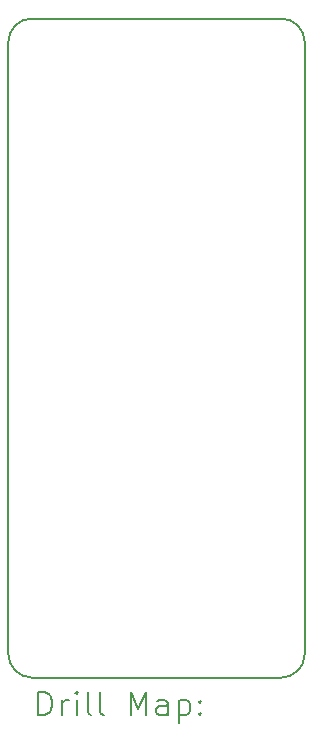
<source format=gbr>
%TF.GenerationSoftware,KiCad,Pcbnew,7.0.5*%
%TF.CreationDate,2025-04-30T23:03:43+08:00*%
%TF.ProjectId,audio-test-board,61756469-6f2d-4746-9573-742d626f6172,rev?*%
%TF.SameCoordinates,Original*%
%TF.FileFunction,Drillmap*%
%TF.FilePolarity,Positive*%
%FSLAX45Y45*%
G04 Gerber Fmt 4.5, Leading zero omitted, Abs format (unit mm)*
G04 Created by KiCad (PCBNEW 7.0.5) date 2025-04-30 23:03:43*
%MOMM*%
%LPD*%
G01*
G04 APERTURE LIST*
%ADD10C,0.150000*%
%ADD11C,0.200000*%
G04 APERTURE END LIST*
D10*
X15893680Y-14908360D02*
X15893680Y-9728360D01*
X15893680Y-14908360D02*
G75*
G03*
X16093680Y-15108360I200000J0D01*
G01*
X18403680Y-9728360D02*
X18403680Y-14908360D01*
X18203680Y-15108360D02*
G75*
G03*
X18403680Y-14908360I0J200000D01*
G01*
X16093680Y-9528360D02*
G75*
G03*
X15893680Y-9728360I0J-200000D01*
G01*
X18403680Y-9728360D02*
G75*
G03*
X18203680Y-9528360I-200000J0D01*
G01*
X18203680Y-15108360D02*
X16093680Y-15108360D01*
X16093680Y-9528360D02*
X18203680Y-9528360D01*
D11*
X16146957Y-15427344D02*
X16146957Y-15227344D01*
X16146957Y-15227344D02*
X16194576Y-15227344D01*
X16194576Y-15227344D02*
X16223147Y-15236868D01*
X16223147Y-15236868D02*
X16242195Y-15255915D01*
X16242195Y-15255915D02*
X16251719Y-15274963D01*
X16251719Y-15274963D02*
X16261242Y-15313058D01*
X16261242Y-15313058D02*
X16261242Y-15341629D01*
X16261242Y-15341629D02*
X16251719Y-15379725D01*
X16251719Y-15379725D02*
X16242195Y-15398772D01*
X16242195Y-15398772D02*
X16223147Y-15417820D01*
X16223147Y-15417820D02*
X16194576Y-15427344D01*
X16194576Y-15427344D02*
X16146957Y-15427344D01*
X16346957Y-15427344D02*
X16346957Y-15294010D01*
X16346957Y-15332106D02*
X16356481Y-15313058D01*
X16356481Y-15313058D02*
X16366004Y-15303534D01*
X16366004Y-15303534D02*
X16385052Y-15294010D01*
X16385052Y-15294010D02*
X16404100Y-15294010D01*
X16470766Y-15427344D02*
X16470766Y-15294010D01*
X16470766Y-15227344D02*
X16461242Y-15236868D01*
X16461242Y-15236868D02*
X16470766Y-15246391D01*
X16470766Y-15246391D02*
X16480290Y-15236868D01*
X16480290Y-15236868D02*
X16470766Y-15227344D01*
X16470766Y-15227344D02*
X16470766Y-15246391D01*
X16594576Y-15427344D02*
X16575528Y-15417820D01*
X16575528Y-15417820D02*
X16566004Y-15398772D01*
X16566004Y-15398772D02*
X16566004Y-15227344D01*
X16699338Y-15427344D02*
X16680290Y-15417820D01*
X16680290Y-15417820D02*
X16670766Y-15398772D01*
X16670766Y-15398772D02*
X16670766Y-15227344D01*
X16927909Y-15427344D02*
X16927909Y-15227344D01*
X16927909Y-15227344D02*
X16994576Y-15370201D01*
X16994576Y-15370201D02*
X17061243Y-15227344D01*
X17061243Y-15227344D02*
X17061243Y-15427344D01*
X17242195Y-15427344D02*
X17242195Y-15322582D01*
X17242195Y-15322582D02*
X17232671Y-15303534D01*
X17232671Y-15303534D02*
X17213624Y-15294010D01*
X17213624Y-15294010D02*
X17175528Y-15294010D01*
X17175528Y-15294010D02*
X17156481Y-15303534D01*
X17242195Y-15417820D02*
X17223147Y-15427344D01*
X17223147Y-15427344D02*
X17175528Y-15427344D01*
X17175528Y-15427344D02*
X17156481Y-15417820D01*
X17156481Y-15417820D02*
X17146957Y-15398772D01*
X17146957Y-15398772D02*
X17146957Y-15379725D01*
X17146957Y-15379725D02*
X17156481Y-15360677D01*
X17156481Y-15360677D02*
X17175528Y-15351153D01*
X17175528Y-15351153D02*
X17223147Y-15351153D01*
X17223147Y-15351153D02*
X17242195Y-15341629D01*
X17337433Y-15294010D02*
X17337433Y-15494010D01*
X17337433Y-15303534D02*
X17356481Y-15294010D01*
X17356481Y-15294010D02*
X17394576Y-15294010D01*
X17394576Y-15294010D02*
X17413624Y-15303534D01*
X17413624Y-15303534D02*
X17423147Y-15313058D01*
X17423147Y-15313058D02*
X17432671Y-15332106D01*
X17432671Y-15332106D02*
X17432671Y-15389248D01*
X17432671Y-15389248D02*
X17423147Y-15408296D01*
X17423147Y-15408296D02*
X17413624Y-15417820D01*
X17413624Y-15417820D02*
X17394576Y-15427344D01*
X17394576Y-15427344D02*
X17356481Y-15427344D01*
X17356481Y-15427344D02*
X17337433Y-15417820D01*
X17518385Y-15408296D02*
X17527909Y-15417820D01*
X17527909Y-15417820D02*
X17518385Y-15427344D01*
X17518385Y-15427344D02*
X17508862Y-15417820D01*
X17508862Y-15417820D02*
X17518385Y-15408296D01*
X17518385Y-15408296D02*
X17518385Y-15427344D01*
X17518385Y-15303534D02*
X17527909Y-15313058D01*
X17527909Y-15313058D02*
X17518385Y-15322582D01*
X17518385Y-15322582D02*
X17508862Y-15313058D01*
X17508862Y-15313058D02*
X17518385Y-15303534D01*
X17518385Y-15303534D02*
X17518385Y-15322582D01*
M02*

</source>
